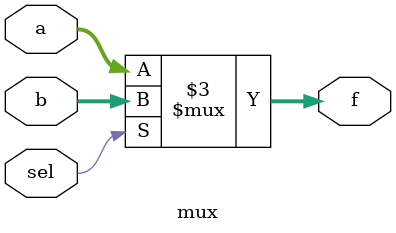
<source format=sv>
module mux
	(input logic [63:0]a,
	input logic [63:0]b,
	input logic sel,
	output logic [63:0]f
	);

always @( a or b or sel)begin
 	if(sel) f = b;   	// reg A
 	else f = a;     	// PC 
end
endmodule

</source>
